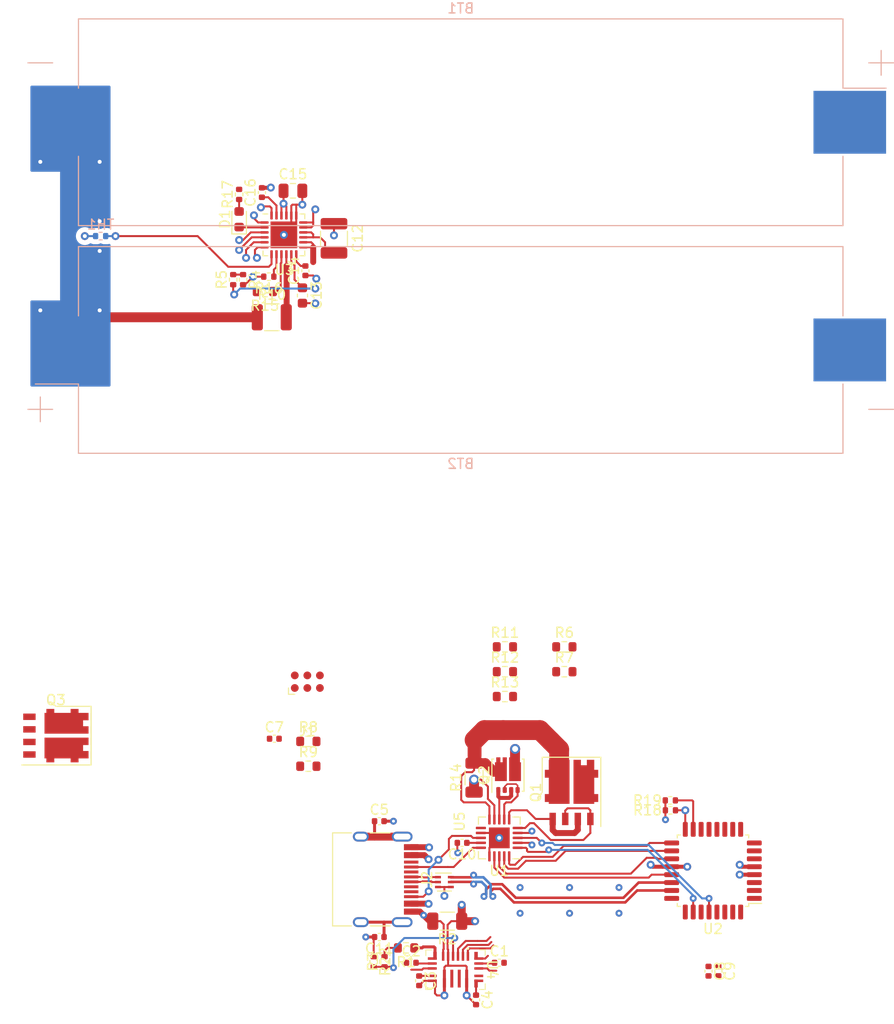
<source format=kicad_pcb>
(kicad_pcb (version 20221018) (generator pcbnew)
  (layers (0 "F.Cu" signal) (1 "In1.Cu" power "GND") (2 "In2.Cu" power "PWR") (31 "B.Cu" signal) (34 "B.Paste" user) (35 "F.Paste" user) (36 "B.SilkS" user "B.Silkscreen") (37 "F.SilkS" user "F.Silkscreen") (38 "B.Mask" user) (39 "F.Mask" user) (44 "Edge.Cuts" user))
  (net 0 "")
  (net 1 "/BMS/VBAT")
  (net 2 "Net-(BT1--)")
  (net 3 "GND")
  (net 4 "/MCU/~{RST}")
  (net 5 "Net-(U2-PA4)")
  (net 6 "Net-(U2-PA5)")
  (net 7 "+3V3")
  (net 8 "/MCU/SWDIO")
  (net 9 "/MCU/SWCLK")
  (net 12 "/USB-PD dual role protection/VBUS")
  (net 13 "Net-(J2-CC1)")
  (net 14 "/MCU/USB_D+")
  (net 15 "/MCU/USB_D-")
  (net 17 "Net-(J2-CC2)")
  (net 19 "Net-(J2-SHIELD)")
  (net 20 "/MCU/TCPP_EN")
  (net 21 "/MCU/~{TCPP_CONNECTION_FLAG}")
  (net 22 "Net-(Q1A-D)")
  (net 23 "/DC-DC/I_SENS+")
  (net 25 "/BMS/SDA")
  (net 26 "/BMS/SCL")
  (net 27 "/MCU/VBAT_sens")
  (net 28 "/MCU/TCPP_sens")
  (net 29 "Net-(U1-V_{sense})")
  (net 36 "/DC-DC/~{ALERT}")
  (net 37 "/DC-DC/EN")
  (net 38 "/BMS/~{INT}")
  (net 39 "/BMS/~{PG}")
  (net 40 "/BMS/PSEL")
  (net 41 "/BMS/CD")
  (net 42 "/MCU/CC1")
  (net 44 "/MCU/CC2")
  (net 46 "Net-(D1-K)")
  (net 47 "Net-(U3-TS)")
  (net 48 "Net-(U3-ILIM)")
  (net 49 "Net-(U3-MID)")
  (net 50 "Net-(U3-CBSET)")
  (net 51 "Net-(U3-REGN)")
  (net 52 "Net-(U3-BTST)")
  (net 53 "Net-(C12-Pad1)")
  (net 54 "Net-(C14-Pad1)")
  (net 55 "Net-(C15-Pad1)")
  (net 56 "VBUS")
  (net 57 "/USB-PD dual role protection/D+")
  (net 58 "/USB-PD dual role protection/D-")
  (net 60 "Net-(U4-FB)")
  (net 61 "Net-(U4-VOUT)")
  (net 62 "Net-(U4-BST2)")
  (net 63 "Net-(Q3B-G)")
  (net 64 "Net-(U4-VCC)")
  (net 65 "Net-(Q3B-S)")
  (net 66 "Net-(Q3A-S)")
  (net 67 "Net-(U4-IMON)")
  (net 68 "Net-(Q3A-G)")
  (net 69 "Net-(U4-BST1)")
  (net 70 "Net-(Q2A-S)")
  (net 71 "Net-(Q2A-G)")
  (net 72 "Net-(Q1A-G)")
  (net 73 "Net-(Q1A-S)")
  (net 74 "Net-(U1-C_{BIAS})")
  (net 75 "Net-(D1-A)")
  (net 76 "/DC-DC/VOUT")
  (footprint "Resistor_SMD:R_1206_3216Metric" (layer "F.Cu") (at 151.35 96.2 90)
    (fp_text reference "R14")
    (fp_text value "5mR")
  )
  (footprint "Resistor_SMD:R_0402_1005Metric" (layer "F.Cu") (at 141.2 114.8 -90)
    (fp_text reference "R22")
    (fp_text value "10k")
  )
  (footprint "Resistor_SMD:R_0402_1005Metric" (layer "F.Cu") (at 127 45.9 90)
    (fp_text reference "R5")
    (fp_text value "5k23")
  )
  (footprint "Resistor_SMD:R_0402_1005Metric" (layer "F.Cu") (at 171.2 99.5)
    (fp_text reference "R18")
    (fp_text value "10k")
  )
  (footprint "Resistor_SMD:R_0402_1005Metric" (layer "F.Cu") (at 127.6 37.29 90)
    (fp_text reference "R17")
    (fp_text value "2k2")
  )
  (footprint "Capacitor_SMD:C_0402_1005Metric" (layer "F.Cu") (at 153.9 114.9)
    (fp_text reference "C1")
    (fp_text value "220nF")
  )
  (footprint "Resistor_SMD:R_0402_1005Metric" (layer "F.Cu") (at 171.19 98.5)
    (fp_text reference "R19")
    (fp_text value "10k")
  )
  (footprint "Package_SON:ST_PowerFLAT-6L_5x6mm_P1.27mm" (layer "F.Cu") (at 109.075 91.96)
    (fp_text reference "Q3")
    (fp_text value "STL40DN3LLH5")
  )
  (footprint "Package_SON:ST_PowerFLAT-6L_5x6mm_P1.27mm" (layer "F.Cu") (at 161.2 97.7 90)
    (fp_text reference "Q1")
    (fp_text value "STL40DN3LLH5")
  )
  (footprint "Capacitor_SMD:C_1210_3225Metric" (layer "F.Cu") (at 137.1875 41.725 90)
    (fp_text reference "C12")
    (fp_text value "44uF")
  )
  (footprint "Capacitor_SMD:C_0402_1005Metric" (layer "F.Cu") (at 176.05 115.75 -90)
    (fp_text reference "C9")
    (fp_text value "100nF")
  )
  (footprint "Connector_USB:USB_C_Receptacle_HRO_TYPE-C-31-M-12" (layer "F.Cu") (at 140.95 106.48 -90)
    (fp_text reference "J2")
    (fp_text value "USB_C_Receptacle_USB2.0")
  )
  (footprint "Capacitor_SMD:C_0402_1005Metric" (layer "F.Cu") (at 141.77 100.6)
    (fp_text reference "C5")
    (fp_text value "100nF 50v")
  )
  (footprint "Capacitor_SMD:C_0402_1005Metric" (layer "F.Cu") (at 134.3 45 90)
    (fp_text reference "C14")
    (fp_text value "47n")
  )
  (footprint "Resistor_SMD:R_0603_1608Metric" (layer "F.Cu") (at 144.475 113.4 180)
    (fp_text reference "R1")
    (fp_text value "3R3")
  )
  (footprint "Capacitor_SMD:C_0402_1005Metric" (layer "F.Cu") (at 145 114.9)
    (fp_text reference "C2")
    (fp_text value "220nF")
  )
  (footprint "Capacitor_SMD:C_0805_2012Metric" (layer "F.Cu") (at 133.0375 36.925)
    (fp_text reference "C15")
    (fp_text value "10uF")
  )
  (footprint "Package_DFN_QFN:ST_UQFN-6L_1.5x1.7mm_Pitch0.5mm" (layer "F.Cu") (at 148.35 106.75)
    (fp_text reference "U5")
    (fp_text value "ECMF02-2AMX6")
  )
  (footprint "Resistor_SMD:R_0603_1608Metric" (layer "F.Cu") (at 154.465 82.99)
    (fp_text reference "R11")
    (fp_text value "10k")
  )
  (footprint "Package_DFN_QFN:MPS_QFN-20_3x5mm_P0.5mm" (layer "F.Cu") (at 149.475 115.6 -90)
    (fp_text reference "U4")
    (fp_text value "MP4247")
  )
  (footprint "Resistor_SMD:R_0603_1608Metric" (layer "F.Cu") (at 134.595 92.54)
    (fp_text reference "R8")
    (fp_text value "10k")
  )
  (footprint "Package_DFN_QFN:TQFN-20-1EP_4x4mm_P0.5mm_EP2.1x2.1mm" (layer "F.Cu") (at 153.9 102.2875 180)
    (fp_text reference "U1")
    (fp_text value "TCPP03-M20")
  )
  (footprint "Package_SON:Diodes_PowerDI3333-8_UXC_3.3x3.3mm_P0.65mm" (layer "F.Cu") (at 154.775 95.95 90)
    (fp_text reference "Q2")
    (fp_text value "DMT3020LDV")
  )
  (footprint "Resistor_SMD:R_0603_1608Metric" (layer "F.Cu") (at 160.475 82.99)
    (fp_text reference "R6")
    (fp_text value "10k")
  )
  (footprint "Package_QFP:LQFP-32_7x7mm_P0.8mm" (layer "F.Cu") (at 175.5 105.6 180)
    (fp_text reference "U2")
    (fp_text value "STM32G0C1KETxN")
  )
  (footprint "Capacitor_SMD:C_0402_1005Metric" (layer "F.Cu") (at 131.155 92.27)
    (fp_text reference "C7")
    (fp_text value "100nF")
  )
  (footprint "Capacitor_SMD:C_0603_1608Metric" (layer "F.Cu") (at 134 47.5 -90)
    (fp_text reference "C13")
    (fp_text value "4u7")
  )
  (footprint "Resistor_SMD:R_0603_1608Metric" (layer "F.Cu") (at 154.465 88.01)
    (fp_text reference "R13")
    (fp_text value "47k")
  )
  (footprint "Resistor_SMD:R_0402_1005Metric" (layer "F.Cu") (at 128 45.9 -90)
    (fp_text reference "R4")
    (fp_text value "30k1")
  )
  (footprint "Connector:Tag-Connect_TC2030-IDC-FP_2x03_P1.27mm_Vertical" (layer "F.Cu") (at 134.495 86.51)
    (fp_text reference "J1")
    (fp_text value "TC2030-SWD")
  )
  (footprint "Resistor_SMD:R_1206_3216Metric" (layer "F.Cu") (at 148.6375 110.7 180)
    (fp_text reference "R2")
    (fp_text value "5mR")
  )
  (footprint "Resistor_SMD:R_0603_1608Metric" (layer "F.Cu") (at 130.2 47.1 180)
    (fp_text reference "R15")
    (fp_text value "300R")
  )
  (footprint "Resistor_SMD:R_0603_1608Metric" (layer "F.Cu") (at 160.475 85.5)
    (fp_text reference "R7")
    (fp_text value "10k")
  )
  (footprint "Resistor_SMD:R_0603_1608Metric" (layer "F.Cu") (at 154.465 85.5)
    (fp_text reference "R12")
    (fp_text value "47k")
  )
  (footprint "Resistor_SMD:R_0402_1005Metric" (layer "F.Cu") (at 142.3 114.8 90)
    (fp_text reference "R3")
    (fp_text value "90k9")
  )
  (footprint "Capacitor_SMD:C_0402_1005Metric" (layer "F.Cu") (at 151.55 118.65 -90)
    (fp_text reference "C4")
    (fp_text value "100pF")
  )
  (footprint "Resistor_SMD:R_1210_3225Metric" (layer "F.Cu") (at 130.9 49.7)
    (fp_text reference "R10")
    (fp_text value "22R 1W")
  )
  (footprint "Capacitor_SMD:C_0402_1005Metric" (layer "F.Cu") (at 129.9 37.1 90)
    (fp_text reference "C16")
    (fp_text value "1u")
  )
  (footprint "Capacitor_SMD:C_0402_1005Metric" (layer "F.Cu") (at 145.8 116.72 -90)
    (fp_text reference "C3")
    (fp_text value "1uF")
  )
  (footprint "Capacitor_SMD:C_0402_1005Metric" (layer "F.Cu") (at 141.77 112.3 180)
    (fp_text reference "C11")
    (fp_text value "100nF 50v")
  )
  (footprint "Resistor_SMD:R_0402_1005Metric" (layer "F.Cu") (at 130.6 45.6 180)
    (fp_text reference "R16")
    (fp_text value "383R")
  )
  (footprint "Resistor_SMD:R_0603_1608Metric" (layer "F.Cu") (at 134.595 95.05)
    (fp_text reference "R9")
    (fp_text value "10k")
  )
  (footprint "Capacitor_SMD:C_0402_1005Metric" (layer "F.Cu") (at 175.05 115.75 -90)
    (fp_text reference "C8")
    (fp_text value "100nF")
  )
  (footprint "Package_DFN_QFN:QFN-24-1EP_4x4mm_P0.5mm_EP2.7x2.7mm" (layer "F.Cu") (at 132.125 41.375)
    (fp_text reference "U3")
    (fp_text value "BQ25887")
  )
  (footprint "Capacitor_SMD:C_0402_1005Metric" (layer "F.Cu") (at 150.1375 102.7875 180)
    (fp_text reference "C10")
    (fp_text value "100nF 50v")
  )
  (footprint "LED_SMD:LED_0603_1608Metric" (layer "F.Cu") (at 127.6 39.8 90)
    (fp_text reference "D1")
    (fp_text value "LED_Small")
  )
  (footprint "Battery:BatteryHolder_Keystone_1042_1x18650" (layer "B.Cu") (at 150 30 180)
    (fp_text reference "BT1")
    (fp_text value "Battery_Cell")
  )
  (footprint "Battery:BatteryHolder_Keystone_1042_1x18650" (layer "B.Cu") (at 150 53)
    (fp_text reference "BT2")
    (fp_text value "Battery_Cell")
  )
  (footprint "Resistor_SMD:R_0402_1005Metric" (layer "B.Cu") (at 113.6 41.5 180)
    (fp_text reference "TH1")
    (fp_text value "10K beta3435")
  )
  (segment (start 134.8875 42.125) (end 135.0875 42.325) (width 0.2) (layer "F.Cu") (net 1))
  (segment (start 135.0875 42.325) (end 135.0875 42.625) (width 0.2) (layer "F.Cu") (net 1))
  (segment (start 152.475 114.475) (end 152.75 114.2) (width 0.2) (layer "F.Cu") (net 1))
  (segment (start 134.0875 42.625) (end 135.0875 42.625) (width 0.2) (layer "F.Cu") (net 1))
  (segment (start 135.0875 42.625) (end 135.0875 44.125) (width 0.6) (layer "F.Cu") (net 1))
  (segment (start 151.825 114.475) (end 152.475 114.475) (width 0.2) (layer "F.Cu") (net 1))
  (segment (start 134.0875 42.125) (end 134.8875 42.125) (width 0.2) (layer "F.Cu") (net 1))
  (segment (start 129.4375 49.7) (end 114.2 49.7) (width 0.2) (layer "F.Cu") (net 2))
  (segment (start 129.4375 49.7) (end 113.6 49.7) (width 1) (layer "F.Cu") (net 2))
  (segment (start 114.2 49.7) (end 113.5 49) (width 0.2) (layer "F.Cu") (net 2))
  (via (at 107.5 34) (size 0.8) (drill 0.4) (layers "F.Cu" "B.Cu") (net 2))
  (via (at 107.5 49) (size 0.8) (drill 0.4) (layers "F.Cu" "B.Cu") (net 2))
  (via (at 113.5 43) (size 0.8) (drill 0.4) (layers "F.Cu" "B.Cu") (net 2))
  (via (at 113.5 34) (size 0.8) (drill 0.4) (layers "F.Cu" "B.Cu") (net 2))
  (via (at 113.5 40) (size 0.8) (drill 0.4) (layers "F.Cu" "B.Cu") (net 2))
  (via (at 113.5 49) (size 0.8) (drill 0.4) (layers "F.Cu" "B.Cu") (net 2))
  (segment (start 130.78 36.62) (end 130.8 36.6) (width 0.4) (layer "F.Cu") (net 3))
  (segment (start 152.0375 101.7875) (end 153.4 101.7875) (width 0.2) (layer "F.Cu") (net 3))
  (segment (start 150.6 116.5) (end 150.6 118.2) (width 0.3) (layer "F.Cu") (net 3))
  (segment (start 132.875 38.4375) (end 132.9875 38.325) (width 0.2) (layer "F.Cu") (net 3))
  (segment (start 128 46.41) (end 128.19 46.41) (width 0.2) (layer "F.Cu") (net 3))
  (segment (start 151.55 119.13) (end 151.53 119.13) (width 0.2) (layer "F.Cu") (net 3))
  (segment (start 151.27 110.88) (end 151.45 110.7) (width 0.2) (layer "F.Cu") (net 3))
  (segment (start 133.9875 36.925) (end 133.9875 38.325) (width 0.2) (layer "F.Cu") (net 3))
  (segment (start 150.1 110.7) (end 150.1 109.85) (width 0.2) (layer "F.Cu") (net 3))
  (segment (start 178.4 105.2) (end 178.2 105) (width 0.4) (layer "F.Cu") (net 3))
  (segment (start 133.375 38.3375) (end 133.3875 38.325) (width 0.2) (layer "F.Cu") (net 3))
  (segment (start 130.09 45.6) (end 129 45.6) (width 0.2) (layer "F.Cu") (net 3))
  (segment (start 147.4 117) (end 147.4 118) (width 0.2) (layer "F.Cu") (net 3))
  (segment (start 133.375 40.125) (end 132.125 41.375) (width 0.2) (layer "F.Cu") (net 3))
  (segment (start 133.375 39.4125) (end 133.375 40.125) (width 0.2) (layer "F.Cu") (net 3))
  (segment (start 147.6 118.2) (end 148.35 118.2) (width 0.2) (layer "F.Cu") (net 3))
  (segment (start 179.675 105.2) (end 178.4 105.2) (width 0.4) (layer "F.Cu") (net 3))
  (segment (start 147.4 118) (end 147.6 118.2) (width 0.2) (layer "F.Cu") (net 3))
  (segment (start 148.725 115.2) (end 148.725 114.25) (width 0.2) (layer "F.Cu") (net 3))
  (segment (start 133.3875 38.325) (end 133.9875 38.325) (width 0.2) (layer "F.Cu") (net 3))
  (segment (start 149.6575 103.7575) (end 149.7 103.8) (width 0.2) (layer "F.Cu") (net 3))
  (segment (start 149.6575 102.7875) (end 149.6575 103.7575) (width 0.2) (layer "F.Cu") (net 3))
  (segment (start 150.5 115.2) (end 149 115.2) (width 0.2) (layer "F.Cu") (net 3))
  (segment (start 128.19 46.41) (end 129 45.6) (width 0.2) (layer "F.Cu") (net 3))
  (segment (start 150.6 116.5) (end 150.6 115.3) (width 0.2) (layer "F.Cu") (net 3))
  (segment (start 133.375 39.4125) (end 133.375 38.3375) (width 0.2) (layer "F.Cu") (net 3))
  (segment (start 152.9 104.15) (end 152.9 103.2875) (width 0.2) (layer "F.Cu") (net 3))
  (segment (start 141.2 114.29) (end 141.2 112.39) (width 0.2) (layer "F.Cu") (net 3))
  (segment (start 132.875 39.4125) (end 132.875 40.625) (width 0.2) (layer "F.Cu") (net 3))
  (segment (start 149 115.2) (end 148.5 115.2) (width 0.2) (layer "F.Cu") (net 3))
  (segment (start 134 48.275) (end 135.275 48.275) (width 0.2) (layer "F.Cu") (net 3))
  (segment (start 150.1 110.7) (end 149.05 110.7) (width 0.2) (layer "F.Cu") (net 3))
  (segment (start 148.35 116.5) (end 148.35 118.2) (width 0.3) (layer "F.Cu") (net 3))
  (segment (start 150.6 115.3) (end 150.5 115.2) (width 0.2) (layer "F.Cu") (net 3))
  (segment (start 149.05 110.7) (end 148.675 111.075) (width 0.2) (layer "F.Cu") (net 3))
  (segment (start 151.3 110.7) (end 151.45 110.7) (width 0.8) (layer "F.Cu") (net 3))
  (segment (start 151.53 119.13) (end 150.6 118.2) (width 0.2) (layer "F.Cu") (net 3))
  (segment (start 149.85 110.95) (end 150.1 110.7) (width 0.2) (layer "F.Cu") (net 3))
  (segment (start 135.275 48.275) (end 135.3 48.3) (width 0.2) (layer "F.Cu") (net 3))
  (segment (start 142.25 100.6) (end 143.2 100.6) (width 0.3) (layer "F.Cu") (net 3))
  (segment (start 132.875 39.4125) (end 132.875 38.4375) (width 0.2) (layer "F.Cu") (net 3))
  (segment (start 146.275 116.725) (end 145.8 117.2) (width 0.2) (layer "F.Cu") (net 3))
  (segment (start 147.125 116.725) (end 146.275 116.725) (width 0.2) (layer "F.Cu") (net 3))
  (segment (start 152.9 103.2875) (end 153.9 102.2875) (width 0.2) (layer "F.Cu") (net 3))
  (segment (start 153.9 102.2875) (end 153.4 101.7875) (width 0.3) (layer "F.Cu") (net 3))
  (segment (start 149 115.2) (end 148.725 115.2) (width 0.2) (layer "F.Cu") (net 3))
  (segment (start 148.5 115.2) (end 148.35 115.35) (width 0.2) (layer "F.Cu") (net 3))
  (segment (start 147.7 107.25) (end 148.35 107.25) (width 0.2) (layer "F.Cu") (net 3))
  (segment (start 148.35 107.25) (end 149 107.25) (width 0.2) (layer "F.Cu") (net 3))
  (segment (start 149.85 111.1) (end 149.85 110.95) (width 0.2) (layer "F.Cu") (net 3))
  (segment (start 141.29 112.3) (end 140.4 112.3) (width 0.3) (layer "F.Cu") (net 3))
  (segment (start 150.1 109.85) (end 150.1 109.05) (width 0.8) (layer "F.Cu") (net 3))
  (segment (start 132.875 40.625) (end 132.125 41.375) (width 0.2) (layer "F.Cu") (net 3))
  (segment (start 148.35 115.35) (end 148.35 116.5) (width 0.2) (layer "F.Cu") (net 3))
  (segment (start 129.9 36.62) (end 130.78 36.62) (width 0.4) (layer "F.Cu") (net 3))
  (segment (start 148.35 107.25) (end 148.35 108.15) (width 0.2) (layer "F.Cu") (net 3))
  (segment (start 148.675 113.524999) (end 148.725 113.574999) (width 0.2) (layer "F.Cu") (net 3))
  (segment (start 148.725 113.574999) (end 148.725 114.25) (width 0.2) (layer "F.Cu") (net 3))
  (segment (start 132.9875 38.325) (end 133.3875 38.325) (width 0.2) (layer "F.Cu") (net 3))
  (segment (start 150.1 110.7) (end 151.3 110.7) (width 0.8) (layer "F.Cu") (net 3))
  (segment (start 141.2 112.39) (end 141.29 112.3) (width 0.2) (layer "F.Cu") (net 3))
  (segment (start 148.675 111.075) (end 148.675 113.524999) (width 0.2) (layer "F.Cu") (net 3))
  (segment (start 137.1875 40.25) (end 137.1875 41.425) (width 0.2) (layer "F.Cu") (net 3))
  (via (at 130.8 36.6) (size 0.8) (drill 0.4) (layers "F.Cu" "B.Cu") (net 3))
  (via (at 148.35 108.15) (size 0.8) (drill 0.4) (layers "F.Cu" "B.Cu") (net 3))
  (via (at 161 107.3) (size 0.7) (drill 0.3) (layers "F.Cu" "B.Cu") (net 3))
  (via (at 151.45 110.7) (size 0.8) (drill 0.4) (layers "F.Cu" "B.Cu") (net 3))
  (via (at 156 107.3) (size 0.7) (drill 0.3) (layers "F.Cu" "B.Cu") (net 3))
  (via (at 150.6 118.2) (size 0.8) (drill 0.4) (layers "F.Cu" "B.Cu") (net 3))
  (via (at 153.8875 102.2875) (size 0.8) (drill 0.4) (layers "F.Cu" "B.Cu") (net 3))
  (via (at 166 107.3) (size 0.7) (drill 0.3) (layers "F.Cu" "B.Cu") (net 3))
  (via (at 156 109.9) (size 0.7) (drill 0.3) (layers "F.Cu" "B.Cu") (net 3))
  (via (at 161 109.9) (size 0.7) (drill 0.3) (layers "F.Cu" "B.Cu") (net 3))
  (via (at 166 109.9) (size 0.7) (drill 0.3) (layers "F.Cu" "B.Cu") (net 3))
  (via (at 132.125 41.375) (size 0.8) (drill 0.4) (layers "F.Cu" "B.Cu") (net 3))
  (via (at 129 45.6) (size 0.8) (drill 0.4) (layers "F.Cu" "B.Cu") (net 3))
  (via (at 148.35 118.2) (size 0.8) (drill 0.4) (layers "F.Cu" "B.Cu") (net 3))
  (via (at 150.1 109.05) (size 0.8) (drill 0.4) (layers "F.Cu" "B.Cu") (net 3))
  (via (at 178.2 105) (size 0.8) (drill 0.4) (layers "F.Cu" "B.Cu") (net 3))
  (via (at 133.9875 38.325) (size 0.8) (drill 0.4) (layers "F.Cu" "B.Cu") (net 3))
  (via (at 112 41.5) (size 0.8) (drill 0.4) (layers "F.Cu" "B.Cu") (net 3))
  (via (at 149.7 103.8) (size 0.7) (drill 0.3) (layers "F.Cu" "B.Cu") (net 3))
  (via (at 140.4 112.3) (size 0.7) (drill 0.3) (layers "F.Cu" "B.Cu") (net 3))
  (via (at 135.3 48.3) (size 0.8) (drill 0.4) (layers "F.Cu" "B.Cu") (net 3))
  (via (at 143.2 100.6) (size 0.7) (drill 0.3) (layers "F.Cu" "B.Cu") (net 3))
  (via (at 137.1875 41.425) (size 0.8) (drill 0.4) (layers "F.Cu" "B.Cu") (net 3))
  (segment (start 132.175 41.425) (end 132.125 41.375) (width 0.2) (layer "B.Cu") (net 3))
  (segment (start 113.09 41.5) (end 112 41.5) (width 0.2) (layer "B.Cu") (net 3))
  (segment (start 170.69 98.51) (end 170.68 98.5) (width 0.2) (layer "F.Cu") (net 7))
  (segment (start 170.69 99.5) (end 170.69 98.51) (width 0.2) (layer "F.Cu") (net 7))
  (segment (start 171.325 105.2) (end 170.4 105.2) (width 0.4) (layer "F.Cu") (net 7))
  (segment (start 170.69 99.5) (end 170.69 100.44) (width 0.2) (layer "F.Cu") (net 7))
  (segment (start 155.7625 102.7875) (end 156.9875 102.7875) (width 0.2) (layer "F.Cu") (net 7))
  (segment (start 156.9875 102.7875) (end 157.2 103) (width 0.2) (layer "F.Cu") (net 7))
  (segment (start 179.675 106) (end 178.2 106) (width 0.4) (layer "F.Cu") (net 7))
  (segment (start 171.325 105.2) (end 172.9 105.2) (width 0.4) (layer "F.Cu") (net 7))
  (segment (start 170.4 105.2) (end 169.4 105.2) (width 0.4) (layer "F.Cu") (net 7))
  (segment (start 170.69 100.44) (end 170.7 100.45) (width 0.2) (layer "F.Cu") (net 7))
  (segment (start 169.4 105.2) (end 169.2 105) (width 0.4) (layer "F.Cu") (net 7))
  (via (at 170.7 100.45) (size 0.7) (drill 0.3) (layers "F.Cu" "B.Cu") (net 7))
  (via (at 157.2 103) (size 0.7) (drill 0.3) (layers "F.Cu" "B.Cu") (net 7))
  (via (at 169.2 105) (size 0.8) (drill 0.4) (layers "F.Cu" "B.Cu") (net 7))
  (via (at 178.2 106) (size 0.8) (drill 0.4) (layers "F.Cu" "B.Cu") (net 7))
  (via (at 172.9 105.2) (size 0.8) (drill 0.4) (layers "F.Cu" "B.Cu") (net 7))
  (segment (start 146.73 108.93) (end 146.75 108.95) (width 0.6) (layer "F.Cu") (net 12))
  (segment (start 144.995 108.93) (end 146.73 108.93) (width 0.6) (layer "F.Cu") (net 12))
  (segment (start 152.75 97.1) (end 152.05 96.4) (width 0.2) (layer "F.Cu") (net 12))
  (segment (start 153.4 99) (end 152.75 98.35) (width 0.2) (layer "F.Cu") (net 12))
  (segment (start 144.995 104.03) (end 146.33 104.03) (width 0.6) (layer "F.Cu") (net 12))
  (segment (start 151.35 97.6625) (end 151.35 96.4) (width 1) (layer "F.Cu") (net 12))
  (segment (start 153.4 100.425) (end 153.4 99) (width 0.2) (layer "F.Cu") (net 12))
  (segment (start 152.05 96.4) (end 151.35 96.4) (width 0.2) (layer "F.Cu") (net 12))
  (segment (start 146.33 104.03) (end 146.75 104.45) (width 0.6) (layer "F.Cu") (net 12))
  (segment (start 152.75 98.35) (end 152.75 97.1) (width 0.2) (layer "F.Cu") (net 12))
  (via (at 151.35 96.4) (size 1) (drill 0.6) (layers "F.Cu" "B.Cu") (net 12))
  (via (at 146.75 104.45) (size 0.8) (drill 0.4) (layers "F.Cu" "B.Cu") (net 12))
  (via (at 146.75 108.95) (size 0.8) (drill 0.4) (layers "F.Cu" "B.Cu") (net 12))
  (segment (start 151.2375 103.2875) (end 152.0375 103.2875) (width 0.2) (layer "F.Cu") (net 13))
  (segment (start 149.295 105.23) (end 151.2375 103.2875) (width 0.2) (layer "F.Cu") (net 13))
  (segment (start 148.7 105.23) (end 149.295 105.23) (width 0.2) (layer "F.Cu") (net 13))
  (segment (start 144.995 105.23) (end 148.7 105.23) (width 0.2) (layer "F.Cu") (net 13))
  (segment (start 155.37473 108.8) (end 166.63554 108.8) (width 0.26) (layer "F.Cu") (net 14))
  (segment (start 153.030001 107.695269) (end 153.29527 107.43) (width 0.26) (layer "F.Cu") (net 14))
  (segment (start 166.63554 108.8) (end 167.83554 107.6) (width 0.26) (layer "F.Cu") (net 14))
  (segment (start 154.00473 107.43) (end 155.37473 108.8) (width 0.26) (layer "F.Cu") (net 14))
  (segment (start 167.83554 107.6) (end 171.325 107.6) (width 0.26) (layer "F.Cu") (net 14))
  (segment (start 151.080001 106.269999) (end 151.3 106.05) (width 0.26) (layer "F.Cu") (net 14))
  (segment (start 153.030001 107.980001) (end 153.030001 107.695269) (width 0.26) (layer "F.Cu") (net 14))
  (segment (start 149 106.25) (end 149.019999 106.269999) (width 0.26) (layer "F.Cu") (net 14))
  (segment (start 153.29527 107.43) (end 154.00473 107.43) (width 0.26) (layer "F.Cu") (net 14))
  (segment (start 153.25 108.2) (end 153.030001 107.980001) (width 0.26) (layer "F.Cu") (net 14))
  (segment (start 149.019999 106.269999) (end 151.080001 106.269999) (width 0.26) (layer "F.Cu") (net 14))
  (via (at 153.25 108.2) (size 0.7) (drill 0.3) (layers "F.Cu" "B.Cu") (net 14))
  (via (at 151.3 106.05) (size 0.7) (drill 0.3) (layers "F.Cu" "B.Cu") (net 14))
  (segment (start 153.03 107.00473) (end 153.030001 107.980001) (width 0.26) (layer "B.Cu") (net 14))
  (segment (start 153.030001 107.980001) (end 153.25 108.2) (width 0.26) (layer "B.Cu") (net 14))
  (segment (start 152.295269 106.269999) (end 153.03 107.00473) (width 0.26) (layer "B.Cu") (net 14))
  (segment (start 151.3 106.05) (end 151.519999 106.269999) (width 0.26) (layer "B.Cu") (net 14))
  (segment (start 151.519999 106.269999) (end 152.295269 106.269999) (width 0.26) (layer "B.Cu") (net 14))
  (segment (start 153.10473 106.97) (end 152.569999 107.504731) (width 0.26) (layer "F.Cu") (net 15))
  (segment (start 154.19527 106.97) (end 153.10473 106.97) (width 0.26) (layer "F.Cu") (net 15))
  (segment (start 166.445 108.34) (end 155.56527 108.34) (width 0.26) (layer "F.Cu") (net 15))
  (segment (start 167.985 106.8) (end 166.445 108.34) (width 0.26) (layer "F.Cu") (net 15))
  (segment (start 171.325 106.8) (end 167.985 106.8) (width 0.26) (layer "F.Cu") (net 15))
  (segment (start 152.569999 107.504731) (end 152.569999 107.980001) (width 0.26) (layer "F.Cu") (net 15))
  (segment (start 152.569999 107.980001) (end 152.35 108.2) (width 0.26) (layer "F.Cu") (net 15))
  (segment (start 149.019999 106.730001) (end 151.080001 106.730001) (width 0.26) (layer "F.Cu") (net 15))
  (segment (start 149 106.75) (end 149.019999 106.730001) (width 0.26) (layer "F.Cu") (net 15))
  (segment (start 151.080001 106.730001) (end 151.3 106.95) (width 0.26) (layer "F.Cu") (net 15))
  (segment (start 155.56527 108.34) (end 154.19527 106.97) (width 0.26) (layer "F.Cu") (net 15))
  (via (at 152.35 108.2) (size 0.7) (drill 0.3) (layers "F.Cu" "B.Cu") (net 15))
  (via (at 151.3 106.95) (size 0.7) (drill 0.3) (layers "F.Cu" "B.Cu") (net 15))
  (segment (start 152.569999 107.980001) (end 152.35 108.2) (width 0.26) (layer "B.Cu") (net 15))
  (segment (start 152.57 107.19527) (end 152.569999 107.980001) (width 0.26) (layer "B.Cu") (net 15))
  (segment (start 152.104731 106.730001) (end 152.57 107.19527) (width 0.26) (layer "B.Cu") (net 15))
  (segment (start 151.3 106.95) (end 151.519999 106.730001) (width 0.26) (layer "B.Cu") (net 15))
  (segment (start 151.519999 106.730001) (end 152.104731 106.730001) (width 0.26) (layer "B.Cu") (net 15))
  (segment (start 151.2375 102.2875) (end 151.0375 102.0875) (width 0.2) (layer "F.Cu") (net 17))
  (segment (start 152.0375 102.2875) (end 151.2375 102.2875) (width 0.2) (layer "F.Cu") (net 17))
  (segment (start 149.1125 102.0875) (end 148.8 102.4) (width 0.2) (layer "F.Cu") (net 17))
  (segment (start 144.995 108.23) (end 146.215517 108.23) (width 0.2) (layer "F.Cu") (net 17))
  (segment (start 146.215517 108.23) (end 146.758802 107.686715) (width 0.2) (layer "F.Cu") (net 17))
  (segment (start 148.8 103.45) (end 147.75 104.5) (width 0.2) (layer "F.Cu") (net 17))
  (segment (start 148.8 102.4) (end 148.8 103.45) (width 0.2) (layer "F.Cu") (net 17))
  (segment (start 151.0375 102.0875) (end 149.1125 102.0875) (width 0.2) (layer "F.Cu") (net 17))
  (via (at 146.758802 107.686715) (size 0.8) (drill 0.4) (layers "F.Cu" "B.Cu") (net 17))
  (via (at 147.75 104.5) (size 0.8) (drill 0.4) (layers "F.Cu" "B.Cu") (net 17))
  (segment (start 146.758802 105.491198) (end 146.758802 107.686715) (width 0.2) (layer "B.Cu") (net 17))
  (segment (start 147.75 104.5) (end 146.758802 105.491198) (width 0.2) (layer "B.Cu") (net 17))
  (segment (start 141.29 102.15) (end 141.3 102.16) (width 0.3) (layer "F.Cu") (net 19))
  (segment (start 141.3 102.16) (end 139.9 102.16) (width 0.8) (layer "F.Cu") (net 19))
  (segment (start 142.25 110.8) (end 144.08 110.8) (width 0.3) (layer "F.Cu") (net 19))
  (segment (start 139.9 110.8) (end 142.25 110.8) (width 0.3) (layer "F.Cu") (net 19))
  (segment (start 139.9 102.16) (end 140.89 102.16) (width 0.2) (layer "F.Cu") (net 19))
  (segment (start 142.25 112.3) (end 142.25 110.8) (width 0.3) (layer "F.Cu") (net 19))
  (segment (start 144.08 102.16) (end 141.3 102.16) (width 0.8) (layer "F.Cu") (net 19))
  (segment (start 141.29 100.6) (end 141.29 102.15) (width 0.3) (layer "F.Cu") (net 19))
  (segment (start 155.9 104.6) (end 156.05 104.45) (width 0.2) (layer "F.Cu") (net 20))
  (segment (start 171.325 102.8) (end 169.1 102.8) (width 0.2) (layer "F.Cu") (net 20))
  (segment (start 154.9 104.15) (end 154.9 104.9) (width 0.2) (layer "F.Cu") (net 20))
  (segment (start 160.4 103.1) (end 159.3 104.2) (width 0.2) (layer "F.Cu") (net 20))
  (segment (start 159.3 104.2) (end 156.3 104.2) (width 0.2) (layer "F.Cu") (net 20))
  (segment (start 156.3 104.2) (end 156.05 104.45) (width 0.2) (layer "F.Cu") (net 20))
  (segment (start 154.9 104.9) (end 155 105) (width 0.2) (layer "F.Cu") (net 20))
  (segment (start 169.1 102.8) (end 168.8 103.1) (width 0.2) (layer "F.Cu") (net 20))
  (segment (start 168.8 103.1) (end 160.4 103.1) (width 0.2) (layer "F.Cu") (net 20))
  (segment (start 155 105) (end 155.5 105) (width 0.2) (layer "F.Cu") (net 20))
  (segment (start 155.5 105) (end 155.9 104.6) (width 0.2) (layer "F.Cu") (net 20))
  (segment (start 154.8 105.4) (end 155.8 105.4) (width 0.2) (layer "F.Cu") (net 21))
  (segment (start 154.4 105) (end 154.8 105.4) (width 0.2) (layer "F.Cu") (net 21))
  (segment (start 154.4 104.15) (end 154.4 105) (width 0.2) (layer "F.Cu") (net 21))
  (segment (start 160.6 103.6) (end 171.325 103.6) (width 0.2) (layer "F.Cu") (net 21))
  (segment (start 159.6 104.6) (end 160.6 103.6) (width 0.2) (layer "F.Cu") (net 21))
  (segment (start 156.6 104.6) (end 159.6 104.6) (width 0.2) (layer "F.Cu") (net 21))
  (segment (start 155.8 105.4) (end 156.6 104.6) (width 0.2) (layer "F.Cu") (net 21))
  (segment (start 159.95 97.035) (end 159.95 93.35) (width 2) (layer "F.Cu") (net 22))
  (segment (start 151.35 94.7375) (end 152.4875 94.7375) (width 1) (layer "F.Cu") (net 22))
  (segment (start 154.3 91.4) (end 152.4 91.4) (width 2) (layer "F.Cu") (net 22))
  (segment (start 151.15 95.65) (end 150.45 95.65) (width 0.2) (layer "F.Cu") (net 22))
  (segment (start 152.4875 94.7375) (end 153.35 95.6) (width 1) (layer "F.Cu") (net 22))
  (segment (start 158 91.4) (end 154.3 91.4) (width 2) (layer "F.Cu") (net 22))
  (segment (start 151.35 94.05) (end 151.4 94) (width 1) (layer "F.Cu") (net 22))
  (segment (start 159.95 93.35) (end 159.1 92.5) (width 2) (layer "F.Cu") (net 22))
  (segment (start 152.4 91.4) (end 151.4 92.4) (width 2) (layer "F.Cu") (net 22))
  (segment (start 159.1 92.5) (end 158 91.4) (width 2) (layer "F.Cu") (net 22))
  (segment (start 150.05 96.05) (end 150.15 95.95) (width 0.2) (layer "F.Cu") (net 22))
  (segment (start 152.9 99.1) (end 152.5 98.7) (width 0.2) (layer "F.Cu") (net 22))
  (segment (start 151.35 94.7375) (end 151.35 94.05) (width 1) (layer "F.Cu") (net 22))
  (segment (start 153.35 95.6) (end 154.06 95.6) (width 1) (layer "F.Cu") (net 22))
  (segment (start 150.3 98.7) (end 150.05 98.45) (width 0.2) (layer "F.Cu") (net 22))
  (segment (start 152.9 100.425) (end 152.9 99.1) (width 0.2) (layer "F.Cu") (net 22))
  (segment (start 151.35 94.7375) (end 151.35 95.45) (width 0.2) (layer "F.Cu") (net 22))
  (segment (start 151.4 94) (end 151.4 92.4) (width 1.4) (layer "F.Cu") (net 22))
  (segment (start 150.45 95.65) (end 150.15 95.95) (width 0.2) (layer "F.Cu") (net 22))
  (segment (start 151.35 95.45) (end 151.15 95.65) (width 0.2) (layer "F.Cu") (net 22))
  (segment (start 150.15 95.95) (end 150.25 95.85) (width 0.2) (layer "F.Cu") (net 22))
  (segment (start 152.5 98.7) (end 150.3 98.7) (width 0.2) (layer "F.Cu") (net 22))
  (segment (start 150.05 98.45) (end 150.05 96.05) (width 0.2) (layer "F.Cu") (net 22))
  (segment (start 145.872892 109.73) (end 146.242892 110.1) (width 0.6) (layer "F.Cu") (net 23))
  (segment (start 146.25 110.107108) (end 147.008946 110.866054) (width 0.6) (layer "F.Cu") (net 23))
  (segment (start 146.78 103.23) (end 146.8 103.25) (width 0.6) (layer "F.Cu") (net 23))
  (segment (start 146.242892 110.1) (end 146.25 110.1) (width 0.6) (layer "F.Cu") (net 23))
  (segment (start 144.995 103.23) (end 146.78 103.23) (width 0.6) (layer "F.Cu") (net 23))
  (segment (start 148.275 113.524999) (end 148.275 111.025) (width 0.2) (layer "F.Cu") (net 23))
  (segment (start 147.4 110.475) (end 147.175 110.7) (width 0.2) (layer "F.Cu") (net 23))
  (segment (start 147.95 110.7) (end 147.175 110.7) (width 0.2) (layer "F.Cu") (net 23))
  (segment (start 147.4 110.3) (end 147.4 110.475) (width 0.2) (layer "F.Cu") (net 23))
  (segment (start 148.225 113.574999) (end 148.275 113.524999) (width 0.2) (layer "F.Cu") (net 23))
  (segment (start 148.225 114.25) (end 148.225 113.574999) (width 0.2) (layer "F.Cu") (net 23))
  (segment (start 144.995 109.73) (end 145.872892 109.73) (width 0.6) (layer "F.Cu") (net 23))
  (segment (start 146.25 110.1) (end 146.25 110.107108) (width 0.6) (layer "F.Cu") (net 23))
  (segment (start 148.275 111.025) (end 147.95 110.7) (width 0.2) (layer "F.Cu") (net 23))
  (via (at 146.25 110.1) (size 0.7) (drill 0.3) (layers "F.Cu" "B.Cu") (net 23))
  (via (at 146.8 103.25) (size 0.8) (drill 0.4) (layers "F.Cu" "B.Cu") (net 23))
  (segment (start 169 106.3) (end 169.3 106) (width 0.2) (layer "F.Cu") (net 25))
  (segment (start 153.4 105.3) (end 154.4 106.3) (width 0.2) (layer "F.Cu") (net 25))
  (segment (start 154.4 106.3) (end 169 106.3) (width 0.2) (layer "F.Cu") (net 25))
  (segment (start 128.4 42.1) (end 127.6 42.9) (width 0.2) (layer "F.Cu") (net 25))
  (segment (start 153.4 104.15) (end 153.4 105.3) (width 0.2) (layer "F.Cu") (net 25))
  (segment (start 150.225 114.25) (end 150.225 113.575) (width 0.2) (layer "F.Cu") (net 25))
  (segment (start 150.225 113.575) (end 150.65 113.15) (width 0.2) (layer "F.Cu") (net 25))
  (segment (start 152.05 113.1) (end 152.8 113.1) (width 0.2) (layer "F.Cu") (net 25))
  (segment (start 150.7 113.1) (end 152.05 113.1) (width 0.2) (layer "F.Cu") (net 25))
  (segment (start 169.3 106) (end 171.325 106) (width 0.2) (layer "F.Cu") (net 25))
  (segment (start 130.1625 41.625) (end 128.875 41.625) (width 0.2) (layer "F.Cu") (net 25))
  (segment (start 128.875 41.625) (end 128.4 42.1) (width 0.2) (layer "F.Cu") (net 25))
  (segment (start 150.65 113.15) (end 150.7 113.1) (width 0.2) (layer "F.Cu") (net 25))
  (segment (start 152.8 113.1) (end 153.1 112.8) (width 0.2) (layer "F.Cu") (net 25))
  (via (at 127.6 42.9) (size 0.8) (drill 0.4) (layers "F.Cu" "B.Cu") (net 25))
  (segment (start 169.8 104.3) (end 168.8 104.3) (width 0.2) (layer "F.Cu") (net 26))
  (segment (start 153 113.45) (end 153.3 113.15) (width 0.2) (layer "F.Cu") (net 26))
  (segment (start 150.725 114.25) (end 150.725 113.625) (width 0.2) (layer "F.Cu") (net 26))
  (segment (start 171.325 104.4) (end 169.9 104.4) (width 0.2) (layer "F.Cu") (net 26))
  (segment (start 168.8 104.3) (end 167.2 105.9) (width 0.2) (layer "F.Cu") (net 26))
  (segment (start 128.8 42.4) (end 128.3 42.9) (width 0.2) (layer "F.Cu") (net 26))
  (segment (start 150.9 113.45) (end 153 113.45) (width 0.2) (layer "F.Cu") (net 26))
  (segment (start 129.075 42.125) (end 128.8 42.4) (width 0.2) (layer "F.Cu") (net 26))
  (segment (start 130.1625 42.125) (end 129.075 42.125) (width 0.2) (layer "F.Cu") (net 26))
  (segment (start 169.9 104.4) (end 169.8 104.3) (width 0.2) (layer "F.Cu") (net 26))
  (segment (start 167.2 105.9) (end 154.6 105.9) (width 0.2) (layer "F.Cu") (net 26))
  (segment (start 153.9 105.2) (end 153.9 104.15) (width 0.2) (layer "F.Cu") (net 26))
  (segment (start 150.725 113.625) (end 150.9 113.45) (width 0.2) (layer "F.Cu") (net 26))
  (segment (start 154.6 105.9) (end 153.9 105.2) (width 0.2) (layer "F.Cu") (net 26))
  (segment (start 128.3 42.9) (end 128.3 43.7) (width 0.2) (layer "F.Cu") (net 26))
  (via (at 128.3 43.7) (size 0.8) (drill 0.4) (layers "F.Cu" "B.Cu") (net 26))
  (segment (start 155.7625 101.7875) (end 157.0125 101.7875) (width 0.2) (layer "F.Cu") (net 28))
  (segment (start 157.0125 101.7875) (end 157.2 101.6) (width 0.2) (layer "F.Cu") (net 28))
  (via (at 157.2 101.6) (size 0.7) (drill 0.3) (layers "F.Cu" "B.Cu") (net 28))
  (segment (start 150.5 112.7) (end 151.7 112.7) (width 0.2) (layer "F.Cu") (net 36))
  (segment (start 151.7 112.7) (end 152.6 112.7) (width 0.2) (layer "F.Cu") (net 36))
  (segment (start 152.6 112.7) (end 153 112.3) (width 0.2) (layer "F.Cu") (net 36))
  (segment (start 149.725 113.475) (end 150.4 112.8) (width 0.2) (layer "F.Cu") (net 36))
  (segment (start 150.4 112.8) (end 150.5 112.7) (width 0.2) (layer "F.Cu") (net 36))
  (segment (start 149.725 114.25) (end 149.725 113.475) (width 0.2) (layer "F.Cu") (net 36))
  (segment (start 173.4 98.5) (end 171.7 98.5) (width 0.2) (layer "F.Cu") (net 38))
  (segment (start 130.1625 42.625) (end 129.475 42.625) (width 0.2) (layer "F.Cu") (net 38))
  (segment (start 129.2 42.9) (end 129.2 43.5) (width 0.2) (layer "F.Cu") (net 38))
  (segment (start 129.475 42.625) (end 129.2 42.9) (width 0.2) (layer "F.Cu") (net 38))
  (segment (start 173.5 98.6) (end 173.4 98.5) (width 0.2) (layer "F.Cu") (net 38))
  (segment (start 173.5 101.425) (end 173.5 98.6) (width 0.2) (layer "F.Cu") (net 38))
  (segment (start 129.2 43.5) (end 129.4 43.7) (width 0.2) (layer "F.Cu") (net 38))
  (via (at 129.4 43.7) (size 0.8) (drill 0.4) (layers "F.Cu" "B.Cu") (net 38))
  (segment (start 129.4 40) (end 129.1 39.7) (width 0.2) (layer "F.Cu") (net 39))
  (segment (start 172.7 101.425) (end 172.7 99.5) (width 0.2) (layer "F.Cu") (net 39))
  (segment (start 171.71 99.5) (end 172.7 99.5) (width 0.2) (layer "F.Cu") (net 39))
  (segment (start 129.525 40.125) (end 129.4 40) (width 0.2) (layer "F.Cu") (net 39))
  (segment (start 130.1625 40.125) (end 129.525 40.125) (width 0.2) (layer "F.Cu") (net 39))
  (segment (start 129.1 39.7) (end 129.1 39.4) (width 0.2) (layer "F.Cu") (net 39))
  (via (at 129.1 39.4) (size 0.8) (drill 0.4) (layers "F.Cu" "B.Cu") (net 39))
  (via (at 172.7 99.5) (size 0.8) (drill 0.4) (layers "F.Cu" "B.Cu") (net 39))
  (segment (start 130.7 38.5) (end 129.9 38.5) (width 0.2) (layer "F.Cu") (net 40))
  (segment (start 130.875 38.675) (end 130.8 38.6) (width 0.2) (layer "F.Cu") (net 40))
  (segment (start 130.8 38.6) (end 130.7 38.5) (width 0.2) (layer "F.Cu") (net 40))
  (segment (start 130.875 39.4125) (end 130.875 38.675) (width 0.2) (layer "F.Cu") (net 40))
  (segment (start 129.9 38.5) (end 129.8 38.6) (width 0.2) (layer "F.Cu") (net 40))
  (via (at 129.8 38.6) (size 0.8) (drill 0.4) (layers "F.Cu" "B.Cu") (net 40))
  (segment (start 130.1625 41.125) (end 128.775 41.125) (width 0.2) (layer "F.Cu") (net 41))
  (segment (start 128.775 41.125) (end 128.5 41.4) (width 0.2) (layer "F.Cu") (net 41))
  (segment (start 128.5 41.4) (end 128 41.9) (width 0.2) (layer "F.Cu") (net 41))
  (segment (start 128 41.9) (end 127.6 41.9) (width 0.2) (layer "F.Cu") (net 41))
  (via (at 127.6 41.9) (size 0.8) (drill 0.4) (layers "F.Cu" "B.Cu") (net 41))
  (segment (start 155.7625 103.2875) (end 156.5875 103.2875) (width 0.2) (layer "F.Cu") (net 42))
  (segment (start 156.8 103.7) (end 158.7 103.7) (width 0.2) (layer "F.Cu") (net 42))
  (segment (start 156.7 103.6) (end 156.8 103.7) (width 0.2) (layer "F.Cu") (net 42))
  (segment (start 156.5875 103.2875) (end 156.7 103.4) (width 0.2) (layer "F.Cu") (net 42))
  (segment (start 158.7 103.7) (end 158.9 103.5) (width 0.2) (layer "F.Cu") (net 42))
  (segment (start 156.7 103.4) (end 156.7 103.6) (width 0.2) (layer "F.Cu") (net 42))
  (segment (start 173.5 109.775) (end 173.5 108.4) (width 0.2) (layer "F.Cu") (net 42))
  (via (at 173.5 108.4) (size 0.7) (drill 0.3) (layers "F.Cu" "B.Cu") (net 42))
  (via (at 158.9 103.5) (size 0.7) (drill 0.3) (layers "F.Cu" "B.Cu") (net 42))
  (segment (start 158.9 103.5) (end 168.9 103.5) (width 0.2) (layer "B.Cu") (net 42))
  (segment (start 168.9 103.5) (end 173.5 108.1) (width 0.2) (layer "B.Cu") (net 42))
  (segment (start 173.5 108.1) (end 173.5 108.4) (width 0.2) (layer "B.Cu") (net 42))
  (segment (start 155.7625 102.2875) (end 157.6875 102.2875) (width 0.2) (layer "F.Cu") (net 44))
  (segment (start 175.1 108.4) (end 175.1 109.775) (width 0.2) (layer "F.Cu") (net 44))
  (segment (start 157.6875 102.2875) (end 158.2 102.8) (width 0.2) (layer "F.Cu") (net 44))
  (via (at 175.1 108.4) (size 0.7) (drill 0.3) (layers "F.Cu" "B.Cu") (net 44))
  (via (at 158.2 102.8) (size 0.7) (drill 0.3) (layers "F.Cu" "B.Cu") (net 44))
  (segment (start 159.3 102.8) (end 159.5 103) (width 0.2) (layer "B.Cu") (net 44))
  (segment (start 158.2 102.8) (end 159.3 102.8) (width 0.2) (layer "B.Cu") (net 44))
  (segment (start 169 103) (end 174.4 108.4) (width 0.2) (layer "B.Cu") (net 44))
  (segment (start 159.5 103) (end 169 103) (width 0.2) (layer "B.Cu") (net 44))
  (segment (start 174.4 108.4) (end 175.1 108.4) (width 0.2) (layer "B.Cu") (net 44))
  (segment (start 130.1625 40.625) (end 127.6375 40.625) (width 0.2) (layer "F.Cu") (net 46))
  (segment (start 127.6375 40.625) (end 127.6 40.5875) (width 0.2) (layer "F.Cu") (net 46))
  (segment (start 130.8 44.4) (end 130.6 44.6) (width 0.2) (layer "F.Cu") (net 47))
  (segment (start 130.875 43.3375) (end 130.875 44.325) (width 0.2) (layer "F.Cu") (net 47))
  (segment (start 128 45.39) (end 127 45.39) (width 0.2) (layer "F.Cu") (net 47))
  (segment (start 130.6 44.6) (end 126.5 44.6) (width 0.2) (layer "F.Cu") (net 47))
  (segment (start 130.875 44.325) (end 130.8 44.4) (width 0.2) (layer "F.Cu") (net 47))
  (segment (start 126.5 44.6) (end 124.9 43) (width 0.2) (layer "F.Cu") (net 47))
  (segment (start 124.9 43) (end 123.4 41.5) (width 0.2) (layer "F.Cu") (net 47))
  (segment (start 123.4 41.5) (end 115.1 41.5) (width 0.2) (layer "F.Cu") (net 47))
  (via (at 115.1 41.5) (size 0.8) (drill 0.4) (layers "F.Cu" "B.Cu") (net 47))
  (segment (start 115.1 41.5) (end 114.11 41.5) (width 0.2) (layer "B.Cu") (net 47))
  (segment (start 131.375 44.625) (end 131.375 43.3375) (width 0.2) (layer "F.Cu") (net 48))
  (segment (start 131.11 45.6) (end 131.11 44.89) (width 0.2) (layer "F.Cu") (net 48))
  (segment (start 131.11 44.89) (end 131.375 44.625) (width 0.2) (layer "F.Cu") (net 48))
  (segment (start 131.875 44.176472) (end 131.875 43.3375) (width 0.2) (layer "F.Cu") (net 49))
  (segment (start 131.4 47.1) (end 131.8 46.7) (width 0.2) (layer "F.Cu") (net 49))
  (segment (start 131.8 46.7) (end 131.8 44.251472) (width 0.2) (layer "F.Cu") (net 49))
  (segment (start 131.025 47.1) (end 131.4 47.1) (width 0.2) (layer "F.Cu") (net 49))
  (segment (start 131.8 44.251472) (end 131.875 44.176472) (width 0.2) (layer "F.Cu") (net 49))
  (segment (start 132.375 43.3375) (end 132.375 44.475) (width 0.2) (layer "F.Cu") (net 50))
  (segment (start 132.375 44.475) (end 132.4 44.5) (width 0.2) (layer "F.Cu") (net 50))
  (segment (start 132.4 44.5) (end 132.4 49.6625) (width 0.6) (layer "F.Cu") (net 50))
  (segment (start 132.4 49.6625) (end 132.3625 49.7) (width 0.6) (layer "F.Cu") (net 50))
  (segment (start 132.875 44.126472) (end 133.2 44.451472) (width 0.2) (layer "F.Cu") (net 51))
  (segment (start 135.3 46.8) (end 134.075 46.8) (width 0.2) (layer "F.Cu") (net 51))
  (segment (start 127 47.3) (end 127.1 47.4) (width 0.2) (layer "F.Cu") (net 51))
  (segment (start 127 46.41) (end 127 47.3) (width 0.2) (layer "F.Cu") (net 51))
  (segment (start 133.2 44.451472) (end 133.2 45.9) (width 0.2) (layer "F.Cu") (net 51))
  (segment (start 133.2 45.9) (end 134 46.7) (width 0.2) (layer "F.Cu") (net 51))
  (segment (start 132.875 43.3375) (end 132.875 44.126472) (width 0.2) (layer "F.Cu") (net 51))
  (segment (start 134.075 46.8) (end 134 46.725) (width 0.2) (layer "F.Cu") (net 51))
  (segment (start 134 46.7) (end 134 46.725) (width 0.2) (layer "F.Cu") (net 51))
  (via (at 127.1 47.4) (size 0.8) (drill 0.4) (layers "F.Cu" "B.Cu") (net 51))
  (via (at 135.3 46.8) (size 0.8) (drill 0.4) (layers "F.Cu" "B.Cu") (net 51))
  (segment (start 127.7 46.8) (end 135.3 46.8) (width 0.2) (layer "B.Cu") (net 51))
  (segment (start 127.1 47.4) (end 127.7 46.8) (width 0.2) (layer "B.Cu") (net 51))
  (segment (start 133.375 43.3375) (end 133.375 44.061492) (width 0.2) (layer "F.Cu") (net 52))
  (segment (start 133.375 44.061492) (end 133.833508 44.52) (width 0.2) (layer "F.Cu") (net 52))
  (segment (start 133.833508 44.52) (end 134.3 44.52) (width 0.2) (layer "F.Cu") (net 52))
  (segment (start 134.0875 41.625) (end 135.0875 41.625) (width 0.2) (layer "F.Cu") (net 53))
  (segment (start 134.0875 41.125) (end 134.8875 41.125) (width 0.2) (layer "F.Cu") (net 53))
  (segment (start 136.2875 42.125) (end 135.7875 41.625) (width 0.2) (layer "F.Cu") (net 53))
  (segment (start 134.8875 41.125) (end 135.0875 41.325) (width 0.2) (layer "F.Cu") (net 53))
  (segment (start 136.5625 43.2) (end 136.2875 42.925) (width 0.2) (layer "F.Cu") (net 53))
  (segment (start 135.7875 41.625) (end 135.0875 41.625) (width 0.2) (layer "F.Cu") (net 53))
  (segment (start 136.2875 42.925) (end 136.2875 42.125) (width 0.2) (layer "F.Cu") (net 53))
  (segment (start 137.1875 43.2) (end 136.5625 43.2) (width 0.2) (layer "F.Cu") (net 53))
  (segment (start 135.0875 41.625) (end 135.0875 41.325) (width 0.2) (layer "F.Cu") (net 53))
  (segment (start 134.8875 40.625) (end 135.0875 40.425) (width 0.2) (layer "F.Cu") (net 54))
  (segment (start 134.3 45.48) (end 135.08 45.48) (width 0.2) (layer "F.Cu") (net 54))
  (segment (start 135.0875 39.0125) (end 135.3 38.8) (width 0.2) (layer "F.Cu") (net 54))
  (segment (start 134.0875 40.125) (end 135.0875 40.125) (width 0.2) (layer "F.Cu") (net 54))
  (segment (start 135.08 45.48) (end 135.4 45.8) (width 0.2) (layer "F.Cu") (net 54))
  (segment (start 134.0875 40.625) (end 134.8875 40.625) (width 0.2) (layer "F.Cu") (net 54))
  (segment (start 135.0875 40.125) (end 135.0875 39.0125) (width 0.2) (layer "F.Cu") (net 54))
  (segment (start 135.0875 40.425) (end 135.0875 40.125) (width 0.2) (layer "F.Cu") (net 54))
  (via (at 135.3 38.8) (size 0.8) (drill 0.4) (layers "F.Cu" "B.Cu") (net 54))
  (via (at 135.4 45.8) (size 0.8) (drill 0.4) (layers "F.Cu" "B.Cu") (net 54))
  (segment (start 131.875 39.4125) (end 131.875 38.4375) (width 0.2) (layer "F.Cu") (net 55))
  (segment (start 131.875 38.4375) (end 132.0875 38.225) (width 0.2) (layer "F.Cu") (net 55))
  (segment (start 132.375 39.4125) (end 132.375 38.5125) (width 0.2) (layer "F.Cu") (net 55))
  (segment (start 132.375 38.5125) (end 132.0875 38.225) (width 0.2) (layer "F.Cu") (net 55))
  (segment (start 132.0875 36.925) (end 132.0875 38.225) (width 0.2) (layer "F.Cu") (net 55))
  (via (at 132.0875 38.225) (size 0.8) (drill 0.4) (layers "F.Cu" "B.Cu") (net 55))
  (segment (start 155.49 95.6) (end 155.49 93.31) (width 1) (layer "F.Cu") (net 56))
  (segment (start 130.5425 37.58) (end 131.375 38.4125) (width 0.2) (layer "F.Cu") (net 56))
  (segment (start 155.49 93.31) (end 155.5 93.3) (width 1) (layer "F.Cu") (net 56))
  (segment (start 129.9 37.58) (end 130.5425 37.58) (width 0.2) (layer "F.Cu") (net 56))
  (segment (start 131.375 38.4125) (end 131.375 39.4125) (width 0.2) (layer "F.Cu") (net 56))
  (via (at 155.5 93.3) (size 1) (drill 0.6) (layers "F.Cu" "B.Cu") (net 56))
  (segment (start 147.1 106.25) (end 147.7 106.25) (width 0.2) (layer "F.Cu") (net 57))
  (segment (start 147.07 106.28) (end 147.1 106.25) (width 0.2) (layer "F.Cu") (net 57))
  (segment (start 146.082501 106.23) (end 146.132501 106.28) (width 0.2) (layer "F.Cu") (net 57))
  (segment (start 144.995 106.23) (end 146.082501 106.23) (width 0.2) (layer "F.Cu") (net 57))
  (segment (start 146.132501 106.28) (end 147.07 106.28) (width 0.2) (layer "F.Cu") (net 57))
  (segment (start 147.1 106.75) (end 147.7 106.75) (width 0.2) (layer "F.Cu") (net 58))
  (segment (start 147.03 106.68) (end 147.1 106.75) (width 0.2) (layer "F.Cu") (net 58))
  (segment (start 144.995 106.73) (end 146.082501 106.73) (width 0.2) (layer "F.Cu") (net 58))
  (segment (start 146.082501 106.73) (end 146.132501 106.68) (width 0.2) (layer "F.Cu") (net 58))
  (segment (start 146.132501 106.68) (end 147.03 106.68) (width 0.2) (layer "F.Cu") (net 58))
  (segment (start 149.225 114.25) (end 149.225 112.575) (width 0.2) (layer "F.Cu") (net 60))
  (segment (start 141.2 115.31) (end 142.3 115.31) (width 0.2) (layer "F.Cu") (net 60))
  (segment (start 149.225 112.575) (end 149.4 112.4) (width 0.2) (layer "F.Cu") (net 60))
  (segment (start 142.3 115.31) (end 143.11 115.31) (width 0.2) (layer "F.Cu") (net 60))
  (segment (start 143.11 115.31) (end 143.2 115.4) (width 0.2) (layer "F.Cu") (net 60))
  (via (at 143.2 115.4) (size 0.7) (drill 0.3) (layers "F.Cu" "B.Cu") (net 60))
  (via (at 149.4 112.4) (size 0.7) (drill 0.3) (layers "F.Cu" "B.Cu") (net 60))
  (segment (start 149.4 112.4) (end 144.3 112.4) (width 0.2) (layer "B.Cu") (net 60))
  (segment (start 144.3 112.4) (end 143.2 113.5) (width 0.2) (layer "B.Cu") (net 60))
  (segment (start 143.2 113.5) (end 143.2 115.4) (width 0.2) (layer "B.Cu") (net 60))
  (segment (start 147.4 114.2) (end 147.4 113.4) (width 0.3) (layer "F.Cu") (net 61))
  (segment (start 147.4 113.4) (end 147.3 113.3) (width 0.3) (layer "F.Cu") (net 61))
  (segment (start 147.3 113.3) (end 146.2 113.3) (width 0.3) (layer "F.Cu") (net 61))
  (segment (start 145.3 113.4) (end 146.1 113.4) (width 0.3) (layer "F.Cu") (net 61))
  (segment (start 146.1 113.4) (end 146.2 113.3) (width 0.3) (layer "F.Cu") (net 61))
  (segment (start 145.555 114.975) (end 145.48 114.9) (width 0.2) (layer "F.Cu") (net 62))
  (segment (start 147.125 114.975) (end 145.555 114.975) (width 0.2) (layer "F.Cu") (net 62))
  (segment (start 146.1 115.6) (end 145 115.6) (width 0.2) (layer "F.Cu") (net 63))
  (segment (start 146.225 115.475) (end 146.1 115.6) (width 0.2) (layer "F.Cu") (net 63))
  (segment (start 147.125 115.475) (end 146.225 115.475) (width 0.2) (layer "F.Cu") (net 63))
  (segment (start 145.815 116.225) (end 145.8 116.24) (width 0.2) (layer "F.Cu") (net 64))
  (segment (start 147.125 116.225) (end 145.815 116.225) (width 0.2) (layer "F.Cu") (net 64))
  (segment (start 151.55 118.17) (end 151.55 117) (width 0.2) (layer "F.Cu") (net 67))
  (segment (start 152.675 115.475) (end 152.9 115.7) (width 0.2) (layer "F.Cu") (net 68))
  (segment (start 152.9 115.7) (end 153.6 115.7) (width 0.2) (layer "F.Cu") (net 68))
  (segment (start 151.825 115.475) (end 152.675 115.475) (width 0.2) (layer "F.Cu") (net 68))
  (segment (start 151.825 114.975) (end 153.345 114.975) (width 0.2) (layer "F.Cu") (net 69))
  (segment (start 153.345 114.975) (end 153.42 114.9) (width 0.2) (layer "F.Cu") (net 69))
  (segment (start 153.8 98.1) (end 153.95 98.25) (width 0.4) (layer "F.Cu") (net 70))
  (segment (start 155.1 97.45) (end 155.1 98.05) (width 0.4) (layer "F.Cu") (net 70))
  (segment (start 153.8 97.45) (end 153.8 98.1) (width 0.4) (layer "F.Cu") (net 70))
  (segment (start 155.1 98.05) (end 154.9 98.25) (width 0.4) (layer "F.Cu") (net 70))
  (segment (start 153.9 98.3) (end 153.95 98.25) (width 0.2) (layer "F.Cu") (net 70))
  (segment (start 153.95 98.25) (end 154.9 98.25) (width 0.4) (layer "F.Cu") (net 70))
  (segment (start 153.9 100.425) (end 153.9 98.3) (width 0.2) (layer "F.Cu") (net 70))
  (segment (start 155.1 98.7) (end 155.75 98.05) (width 0.2) (layer "F.Cu") (net 71))
  (segment (start 154.4 98.9) (end 154.6 98.7) (width 0.2) (layer "F.Cu") (net 71))
  (segment (start 154.7 96.85) (end 155.6 96.85) (width 0.15) (layer "F.Cu") (net 71))
  (segment (start 154.4 100.425) (end 154.4 98.9) (width 0.2) (layer "F.Cu") (net 71))
  (segment (start 154.6 98.7) (end 155.1 98.7) (width 0.2) (layer "F.Cu") (net 71))
  (segment (start 155.6 96.85) (end 155.75 97) (width 0.15) (layer "F.Cu") (net 71))
  (segment (start 154.45 97.45) (end 154.45 97.1) (width 0.15) (layer "F.Cu") (net 71))
  (segment (start 154.45 97.1) (end 154.7 96.85) (width 0.15) (layer "F.Cu") (net 71))
  (segment (start 155.75 98.05) (end 155.75 97.45) (width 0.2) (layer "F.Cu") (net 71))
  (segment (start 155.75 97) (end 155.75 97.45) (width 0.15) (layer "F.Cu") (net 71))
  (segment (start 163.105 101.795) (end 163.105 100.375) (width 0.2) (layer "F.Cu") (net 72))
  (segment (start 155.7625 101.2875) (end 156.5125 101.2875) (width 0.2) (layer "F.Cu") (net 72))
  (segment (start 159.1 102.5) (end 162.4 102.5) (width 0.2) (layer "F.Cu") (net 72))
  (segment (start 156.5125 101.2875) (end 157 100.8) (width 0.2) (layer "F.Cu") (net 72))
  (segment (start 157.4 100.8) (end 159.1 102.5) (width 0.2) (layer "F.Cu") (net 72))
  (segment (start 163.105 99.505) (end 163.105 100.375) (width 0.2) (layer "F.Cu") (net 72))
  (segment (start 157 100.8) (end 157.4 100.8) (width 0.2) (layer "F.Cu") (net 72))
  (segment (start 162.4 102.5) (end 163.105 101.795) (width 0.2) (layer "F.Cu") (net 72))
  (segment (start 160.565 99.535) (end 160.8 99.3) (width 0.2) (layer "F.Cu") (net 72))
  (segment (start 160.565 100.375) (end 160.565 99.535) (width 0.2) (layer "F.Cu") (net 72))
  (segment (start 162.9 99.3) (end 163.105 99.505) (width 0.2) (layer "F.Cu") (net 72))
  (segment (start 160.8 99.3) (end 162.9 99.3) (width 0.2) (layer "F.Cu") (net 72))
  (segment (start 161.51 101.8) (end 161.84 101.47) (width 0.6) (layer "F.Cu") (net 73))
  (segment (start 157.575 100.375) (end 159.295 100.375) (width 0.2) (layer "F.Cu") (net 73))
  (segment (start 161.84 101.47) (end 161.84 100.35) (width 0.6) (layer "F.Cu") (net 73))
  (segment (start 159.295 100.375) (end 159.295 101.495) (width 0.6) (layer "F.Cu") (net 73))
  (segment (start 154.9 99.7) (end 155.1 99.5) (width 0.2) (layer "F.Cu") (net 73))
  (segment (start 155.1 99.5) (end 156.7 99.5) (width 0.2) (layer "F.Cu") (net 73))
  (segment (start 154.9 100.425) (end 154.9 99.7) (width 0.2) (layer "F.Cu") (net 73))
  (segment (start 159.6 101.8) (end 161.51 101.8) (width 0.6) (layer "F.Cu") (net 73))
  (segment (start 156.7 99.5) (end 157.575 100.375) (width 0.2) (layer "F.Cu") (net 73))
  (segment (start 159.295 101.495) (end 159.6 101.8) (width 0.6) (layer "F.Cu") (net 73))
  (segment (start 150.6175 102.7875) (end 152.0375 102.7875) (width 0.2) (layer "F.Cu") (net 74))
  (segment (start 127.6 39.0125) (end 127.6 37.8) (width 0.2) (layer "F.Cu") (net 75))
  (segment (start 142.3 113.7) (end 142.6 113.4) (width 0.2) (layer "F.Cu") (net 76))
  (segment (start 142.6 113.4) (end 143.65 113.4) (width 0.2) (layer "F.Cu") (net 76))
  (segment (start 142.3 114.29) (end 142.3 113.7) (width 0.2) (layer "F.Cu") (net 76))
  (segment (start 142.2 114.29) (end 142.2 114.31) (width 0.2) (layer "F.Cu") (net 76))
  (zone (net 2) (net_name "Net-(BT1--)") (layers "In2.Cu" "B.Cu") (priority 10) (connect_pads thru_hole_only (clearance 0.5)) (min_thickness 0.25) (fill yes (thermal_gap 0.5) (thermal_bridge_width 0.5))
    (polygon (pts (xy 114.6 26.3) (xy 106.5 26.3) (xy 106.5 35) (xy 109.5 35) (xy 109.5 48) (xy 106.5 48) (xy 106.5 56.7) (xy 114.6 56.7)))
  )
)
</source>
